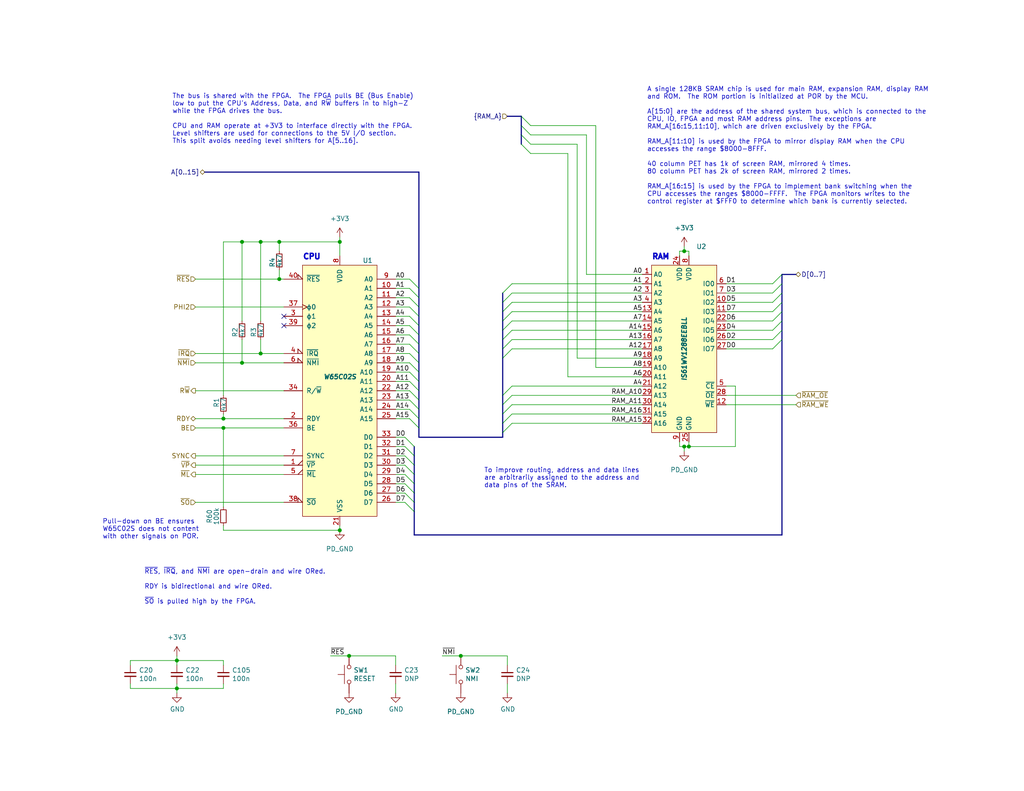
<source format=kicad_sch>
(kicad_sch (version 20211123) (generator eeschema)
  (paper "A")
  (title_block (title "EconoPET 40/8096") (date "2023-11-21") (rev "B"))
  (lib_symbols
    (symbol "Device:C_Small" (pin_numbers hide) (pin_names (offset 0.254) hide)
      (property "Reference" "C" (at 0.254 1.778 0))
      (property "Value" "C_Small" (at 0.254 -2.032 0))
      (symbol "C_Small_0_1"
        (polyline (pts (xy -1.524 -0.508) (xy 1.524 -0.508)) (stroke (width 0.3302)))
        (polyline (pts (xy -1.524 0.508) (xy 1.524 0.508)) (stroke (width 0.3048)))
      )
      (symbol "C_Small_1_1"
        (pin passive line (at 0 2.54 270) (length 2.032) (name "~") (number "1"))
        (pin passive line (at 0 -2.54 90) (length 2.032) (name "~") (number "2"))
      )
    )
    (symbol "Device:R_Small" (pin_numbers hide) (pin_names (offset 0.254) hide)
      (property "Reference" "R" (at 0.762 0.508 0))
      (property "Value" "R_Small" (at 0.762 -1.016 0))
      (symbol "R_Small_0_1"
        (rectangle (start -0.762 1.778) (end 0.762 -1.778) (stroke (width 0.2032)))
      )
      (symbol "R_Small_1_1"
        (pin passive line (at 0 2.54 270) (length 0.762) (name "~") (number "1"))
        (pin passive line (at 0 -2.54 90) (length 0.762) (name "~") (number "2"))
      )
    )
    (symbol "JLCPCB:IS61WV1288EEBLL"
      (property "Reference" "U" (at -8.255 12.7 0))
      (property "Value" "IS61WV1288EEBLL" (at 0 -11.43 90))
      (symbol "IS61WV1288EEBLL_0_0"
        (rectangle (start -8.89 11.43) (end 8.89 -34.29) (fill (type background)))
        (pin input line (at -11.43 8.89 0) (length 2.54) (name "A0") (number "1"))
        (pin bidirectional line (at 11.43 1.27 180) (length 2.54) (name "IO2") (number "10"))
        (pin bidirectional line (at 11.43 -1.27 180) (length 2.54) (name "IO3") (number "11"))
        (pin input line (at 11.43 -26.67 180) (length 2.54) (name "~{WE}") (number "12"))
        (pin input line (at -11.43 -1.27 0) (length 2.54) (name "A4") (number "13"))
        (pin input line (at -11.43 -3.81 0) (length 2.54) (name "A5") (number "14"))
        (pin input line (at -11.43 -6.35 0) (length 2.54) (name "A6") (number "15"))
        (pin input line (at -11.43 -8.89 0) (length 2.54) (name "A7") (number "16"))
        (pin input line (at -11.43 -11.43 0) (length 2.54) (name "A8") (number "17"))
        (pin input line (at -11.43 -13.97 0) (length 2.54) (name "A9") (number "18"))
        (pin input line (at -11.43 -16.51 0) (length 2.54) (name "A10") (number "19"))
        (pin input line (at -11.43 6.35 0) (length 2.54) (name "A1") (number "2"))
        (pin input line (at -11.43 -19.05 0) (length 2.54) (name "A11") (number "20"))
        (pin input line (at -11.43 -21.59 0) (length 2.54) (name "A12") (number "21"))
        (pin bidirectional line (at 11.43 -3.81 180) (length 2.54) (name "IO4") (number "22"))
        (pin bidirectional line (at 11.43 -6.35 180) (length 2.54) (name "IO5") (number "23"))
        (pin power_in line (at -1.27 13.97 270) (length 2.54) (name "VDD") (number "24"))
        (pin power_in line (at 1.27 -36.83 90) (length 2.54) (name "GND") (number "25"))
        (pin bidirectional line (at 11.43 -8.89 180) (length 2.54) (name "IO6") (number "26"))
        (pin bidirectional line (at 11.43 -11.43 180) (length 2.54) (name "IO7") (number "27"))
        (pin input line (at 11.43 -24.13 180) (length 2.54) (name "~{OE}") (number "28"))
        (pin input line (at -11.43 -24.13 0) (length 2.54) (name "A13") (number "29"))
        (pin input line (at -11.43 3.81 0) (length 2.54) (name "A2") (number "3"))
        (pin input line (at -11.43 -26.67 0) (length 2.54) (name "A14") (number "30"))
        (pin input line (at -11.43 -29.21 0) (length 2.54) (name "A15") (number "31"))
        (pin input line (at -11.43 -31.75 0) (length 2.54) (name "A16") (number "32"))
        (pin input line (at -11.43 1.27 0) (length 2.54) (name "A3") (number "4"))
        (pin input line (at 11.43 -21.59 180) (length 2.54) (name "~{CE}") (number "5"))
        (pin bidirectional line (at 11.43 6.35 180) (length 2.54) (name "IO0") (number "6"))
        (pin bidirectional line (at 11.43 3.81 180) (length 2.54) (name "IO1") (number "7"))
        (pin power_in line (at 1.27 13.97 270) (length 2.54) (name "VDD") (number "8"))
        (pin power_in line (at -1.27 -36.83 90) (length 2.54) (name "GND") (number "9"))
      )
    )
    (symbol "Mainboard-rescue:W65C02SxP-PET" (pin_names (offset 1.016))
      (property "Reference" "U" (at -10.16 35.56 0))
      (property "Value" "W65C02SxP-PET" (at 0 0 90))
      (symbol "W65C02SxP-PET_0_1"
        (rectangle (start -10.16 34.29) (end 10.16 -34.29) (fill (type background)))
      )
      (symbol "W65C02SxP-PET_1_1"
        (pin output output_low (at -15.24 -20.32 0) (length 5.08) (name "~{VP}") (number "1"))
        (pin tri_state line (at 15.24 27.94 180) (length 5.08) (name "A1") (number "10"))
        (pin tri_state line (at 15.24 25.4 180) (length 5.08) (name "A2") (number "11"))
        (pin tri_state line (at 15.24 22.86 180) (length 5.08) (name "A3") (number "12"))
        (pin tri_state line (at 15.24 20.32 180) (length 5.08) (name "A4") (number "13"))
        (pin tri_state line (at 15.24 17.78 180) (length 5.08) (name "A5") (number "14"))
        (pin tri_state line (at 15.24 15.24 180) (length 5.08) (name "A6") (number "15"))
        (pin tri_state line (at 15.24 12.7 180) (length 5.08) (name "A7") (number "16"))
        (pin tri_state line (at 15.24 10.16 180) (length 5.08) (name "A8") (number "17"))
        (pin tri_state line (at 15.24 7.62 180) (length 5.08) (name "A9") (number "18"))
        (pin tri_state line (at 15.24 5.08 180) (length 5.08) (name "A10") (number "19"))
        (pin open_collector line (at -15.24 -7.62 0) (length 5.08) (name "RDY") (number "2"))
        (pin tri_state line (at 15.24 2.54 180) (length 5.08) (name "A11") (number "20"))
        (pin power_in line (at 0 -36.83 90) (length 2.54) (name "VSS") (number "21"))
        (pin tri_state line (at 15.24 0 180) (length 5.08) (name "A12") (number "22"))
        (pin tri_state line (at 15.24 -2.54 180) (length 5.08) (name "A13") (number "23"))
        (pin tri_state line (at 15.24 -5.08 180) (length 5.08) (name "A14") (number "24"))
        (pin tri_state line (at 15.24 -7.62 180) (length 5.08) (name "A15") (number "25"))
        (pin bidirectional line (at 15.24 -30.48 180) (length 5.08) (name "D7") (number "26"))
        (pin bidirectional line (at 15.24 -27.94 180) (length 5.08) (name "D6") (number "27"))
        (pin bidirectional line (at 15.24 -25.4 180) (length 5.08) (name "D5") (number "28"))
        (pin bidirectional line (at 15.24 -22.86 180) (length 5.08) (name "D4") (number "29"))
        (pin output line (at -15.24 20.32 0) (length 5.08) (name "ϕ1") (number "3"))
        (pin bidirectional line (at 15.24 -20.32 180) (length 5.08) (name "D3") (number "30"))
        (pin bidirectional line (at 15.24 -17.78 180) (length 5.08) (name "D2") (number "31"))
        (pin bidirectional line (at 15.24 -15.24 180) (length 5.08) (name "D1") (number "32"))
        (pin bidirectional line (at 15.24 -12.7 180) (length 5.08) (name "D0") (number "33"))
        (pin tri_state line (at -15.24 0 0) (length 5.08) (name "R/~{W}") (number "34"))
        (pin no_connect non_logic (at -10.16 -27.94 0) (length 2.54) hide (name "nc") (number "35"))
        (pin input line (at -15.24 -10.16 0) (length 5.08) (name "BE") (number "36"))
        (pin input clock (at -15.24 22.86 0) (length 5.08) (name "ϕ0") (number "37"))
        (pin input input_low (at -15.24 -30.48 0) (length 5.08) (name "~{SO}") (number "38"))
        (pin output line (at -15.24 17.78 0) (length 5.08) (name "ϕ2") (number "39"))
        (pin input input_low (at -15.24 10.16 0) (length 5.08) (name "~{IRQ}") (number "4"))
        (pin input input_low (at -15.24 30.48 0) (length 5.08) (name "~{RES}") (number "40"))
        (pin output output_low (at -15.24 -22.86 0) (length 5.08) (name "~{ML}") (number "5"))
        (pin input input_low (at -15.24 7.62 0) (length 5.08) (name "~{NMI}") (number "6"))
        (pin output line (at -15.24 -17.78 0) (length 5.08) (name "SYNC") (number "7"))
        (pin power_in line (at 0 36.83 270) (length 2.54) (name "VDD") (number "8"))
        (pin tri_state line (at 15.24 30.48 180) (length 5.08) (name "A0") (number "9"))
      )
    )
    (symbol "PET:PD_GND" (power) (pin_names (offset 0))
      (property "Value" "PD_GND" (at 0 -3.81 0))
      (symbol "PD_GND_0_1"
        (polyline (pts (xy 0 0) (xy 0 -1.27) (xy 1.27 -1.27) (xy 0 -2.54) (xy -1.27 -1.27) (xy 0 -1.27)))
      )
      (symbol "PD_GND_1_1"
        (pin power_in line (at 0 0 270) (length 0) hide (name "PD_GND") (number "1"))
      )
    )
    (symbol "Switch:SW_Push" (pin_numbers hide) (pin_names (offset 1.016) hide)
      (property "Reference" "SW" (at 1.27 2.54 0))
      (property "Value" "SW_Push" (at 0 -1.524 0))
      (symbol "SW_Push_0_1"
        (circle (center -2.032 0) (radius 0.508))
        (polyline (pts (xy 0 1.27) (xy 0 3.048)))
        (polyline (pts (xy 2.54 1.27) (xy -2.54 1.27)))
        (circle (center 2.032 0) (radius 0.508))
        (pin passive line (at -5.08 0 0) (length 2.54) (name "1") (number "1"))
        (pin passive line (at 5.08 0 180) (length 2.54) (name "2") (number "2"))
      )
    )
    (symbol "power:+3V3" (power) (pin_names (offset 0))
      (property "Value" "+3V3" (at 0 3.556 0))
      (symbol "+3V3_0_1"
        (polyline (pts (xy -0.762 1.27) (xy 0 2.54)))
        (polyline (pts (xy 0 0) (xy 0 2.54)))
        (polyline (pts (xy 0 2.54) (xy 0.762 1.27)))
      )
      (symbol "+3V3_1_1"
        (pin power_in line (at 0 0 90) (length 0) hide (name "+3V3") (number "1"))
      )
    )
    (symbol "power:GND" (power) (pin_names (offset 0))
      (property "Value" "GND" (at 0 -3.81 0))
      (symbol "GND_0_1"
        (polyline (pts (xy 0 0) (xy 0 -1.27) (xy 1.27 -1.27) (xy 0 -2.54) (xy -1.27 -1.27) (xy 0 -1.27)))
      )
      (symbol "GND_1_1"
        (pin power_in line (at 0 0 270) (length 0) hide (name "GND") (number "1"))
      )
    )
  )
  (bus_alias "RAM_A" (members "RAM_A10" "RAM_A11" "RAM_A15" "RAM_A16"))
  (junction (at 48.26 180.34))
  (junction (at 60.96 116.84))
  (junction (at 76.2 66.04))
  (junction (at 92.71 66.04))
  (junction (at 76.2 76.2))
  (junction (at 71.12 96.52))
  (junction (at 48.26 187.96))
  (junction (at 95.25 179.07))
  (junction (at 71.12 66.04))
  (junction (at 60.96 114.3))
  (junction (at 186.69 68.58))
  (junction (at 92.71 144.78))
  (junction (at 187.96 121.92))
  (junction (at 186.69 121.92))
  (junction (at 125.73 179.07))
  (junction (at 66.04 99.06))
  (junction (at 66.04 66.04))
  (no_connect (at 77.47 86.36))
  (no_connect (at 77.47 88.9))
  (bus_entry (at 144.78 39.37) (size -2.54 -2.54))
  (bus_entry (at 110.49 119.38) (size 2.54 2.54))
  (bus_entry (at 210.82 90.17) (size 2.54 -2.54))
  (bus_entry (at 110.49 124.46) (size 2.54 2.54))
  (bus_entry (at 139.7 92.71) (size -2.54 2.54))
  (bus_entry (at 111.76 83.82) (size 2.54 2.54))
  (bus_entry (at 139.7 115.57) (size -2.54 2.54))
  (bus_entry (at 110.49 132.08) (size 2.54 2.54))
  (bus_entry (at 139.7 90.17) (size -2.54 2.54))
  (bus_entry (at 111.76 101.6) (size 2.54 2.54))
  (bus_entry (at 111.76 93.98) (size 2.54 2.54))
  (bus_entry (at 111.76 88.9) (size 2.54 2.54))
  (bus_entry (at 110.49 137.16) (size 2.54 2.54))
  (bus_entry (at 110.49 127) (size 2.54 2.54))
  (bus_entry (at 210.82 92.71) (size 2.54 -2.54))
  (bus_entry (at 139.7 110.49) (size -2.54 2.54))
  (bus_entry (at 111.76 76.2) (size 2.54 2.54))
  (bus_entry (at 144.78 36.83) (size -2.54 -2.54))
  (bus_entry (at 144.78 34.29) (size -2.54 -2.54))
  (bus_entry (at 111.76 78.74) (size 2.54 2.54))
  (bus_entry (at 139.7 87.63) (size -2.54 2.54))
  (bus_entry (at 139.7 80.01) (size -2.54 2.54))
  (bus_entry (at 144.78 41.91) (size -2.54 -2.54))
  (bus_entry (at 210.82 95.25) (size 2.54 -2.54))
  (bus_entry (at 210.82 87.63) (size 2.54 -2.54))
  (bus_entry (at 139.7 82.55) (size -2.54 2.54))
  (bus_entry (at 139.7 105.41) (size -2.54 2.54))
  (bus_entry (at 210.82 80.01) (size 2.54 -2.54))
  (bus_entry (at 110.49 121.92) (size 2.54 2.54))
  (bus_entry (at 111.76 99.06) (size 2.54 2.54))
  (bus_entry (at 111.76 91.44) (size 2.54 2.54))
  (bus_entry (at 111.76 96.52) (size 2.54 2.54))
  (bus_entry (at 111.76 104.14) (size 2.54 2.54))
  (bus_entry (at 110.49 129.54) (size 2.54 2.54))
  (bus_entry (at 210.82 77.47) (size 2.54 -2.54))
  (bus_entry (at 139.7 107.95) (size -2.54 2.54))
  (bus_entry (at 111.76 114.3) (size 2.54 2.54))
  (bus_entry (at 210.82 85.09) (size 2.54 -2.54))
  (bus_entry (at 139.7 95.25) (size -2.54 2.54))
  (bus_entry (at 111.76 106.68) (size 2.54 2.54))
  (bus_entry (at 111.76 111.76) (size 2.54 2.54))
  (bus_entry (at 110.49 134.62) (size 2.54 2.54))
  (bus_entry (at 139.7 85.09) (size -2.54 2.54))
  (bus_entry (at 139.7 113.03) (size -2.54 2.54))
  (bus_entry (at 210.82 82.55) (size 2.54 -2.54))
  (bus_entry (at 111.76 86.36) (size 2.54 2.54))
  (bus_entry (at 111.76 109.22) (size 2.54 2.54))
  (bus_entry (at 139.7 77.47) (size -2.54 2.54))
  (bus_entry (at 111.76 81.28) (size 2.54 2.54))
  (bus (pts (xy 142.24 34.29) (xy 142.24 36.83)))
  (bus (pts (xy 213.36 80.01) (xy 213.36 82.55)))
  (bus (pts (xy 114.3 46.99) (xy 55.88 46.99)))
  (bus (pts (xy 213.36 74.93) (xy 217.17 74.93)))
  (wire (pts (xy 35.56 180.34) (xy 35.56 181.61)))
  (wire (pts (xy 66.04 92.71) (xy 66.04 99.06)))
  (wire (pts (xy 186.69 121.92) (xy 187.96 121.92)))
  (bus (pts (xy 137.16 80.01) (xy 137.16 82.55)))
  (wire (pts (xy 139.7 80.01) (xy 175.26 80.01)))
  (wire (pts (xy 107.95 88.9) (xy 111.76 88.9)))
  (wire (pts (xy 198.12 95.25) (xy 210.82 95.25)))
  (wire (pts (xy 60.96 143.51) (xy 60.96 144.78)))
  (wire (pts (xy 66.04 66.04) (xy 66.04 87.63)))
  (wire (pts (xy 107.95 86.36) (xy 111.76 86.36)))
  (wire (pts (xy 48.26 179.07) (xy 48.26 180.34)))
  (wire (pts (xy 92.71 144.78) (xy 92.71 143.51)))
  (bus (pts (xy 114.3 93.98) (xy 114.3 96.52)))
  (bus (pts (xy 114.3 83.82) (xy 114.3 86.36)))
  (wire (pts (xy 107.95 129.54) (xy 110.49 129.54)))
  (wire (pts (xy 107.95 127) (xy 110.49 127)))
  (bus (pts (xy 114.3 109.22) (xy 114.3 111.76)))
  (bus (pts (xy 114.3 91.44) (xy 114.3 93.98)))
  (wire (pts (xy 198.12 87.63) (xy 210.82 87.63)))
  (bus (pts (xy 137.16 90.17) (xy 137.16 92.71)))
  (wire (pts (xy 107.95 93.98) (xy 111.76 93.98)))
  (bus (pts (xy 114.3 81.28) (xy 114.3 83.82)))
  (wire (pts (xy 139.7 105.41) (xy 175.26 105.41)))
  (bus (pts (xy 213.36 90.17) (xy 213.36 92.71)))
  (wire (pts (xy 107.95 104.14) (xy 111.76 104.14)))
  (bus (pts (xy 114.3 111.76) (xy 114.3 114.3)))
  (bus (pts (xy 213.36 85.09) (xy 213.36 87.63)))
  (wire (pts (xy 60.96 180.34) (xy 60.96 181.61)))
  (wire (pts (xy 77.47 116.84) (xy 60.96 116.84)))
  (wire (pts (xy 217.17 107.95) (xy 198.12 107.95)))
  (bus (pts (xy 114.3 101.6) (xy 114.3 104.14)))
  (wire (pts (xy 107.95 111.76) (xy 111.76 111.76)))
  (bus (pts (xy 137.16 92.71) (xy 137.16 95.25)))
  (wire (pts (xy 107.95 81.28) (xy 111.76 81.28)))
  (wire (pts (xy 60.96 116.84) (xy 60.96 138.43)))
  (wire (pts (xy 66.04 66.04) (xy 71.12 66.04)))
  (wire (pts (xy 139.7 90.17) (xy 175.26 90.17)))
  (bus (pts (xy 213.36 77.47) (xy 213.36 80.01)))
  (bus (pts (xy 114.3 116.84) (xy 114.3 119.38)))
  (wire (pts (xy 187.96 120.65) (xy 187.96 121.92)))
  (wire (pts (xy 217.17 110.49) (xy 198.12 110.49)))
  (wire (pts (xy 71.12 96.52) (xy 71.12 92.71)))
  (wire (pts (xy 53.34 129.54) (xy 77.47 129.54)))
  (wire (pts (xy 139.7 115.57) (xy 175.26 115.57)))
  (wire (pts (xy 48.26 186.69) (xy 48.26 187.96)))
  (bus (pts (xy 114.3 104.14) (xy 114.3 106.68)))
  (wire (pts (xy 77.47 106.68) (xy 53.34 106.68)))
  (bus (pts (xy 137.16 113.03) (xy 137.16 115.57)))
  (bus (pts (xy 142.24 36.83) (xy 142.24 39.37)))
  (wire (pts (xy 175.26 97.79) (xy 157.48 97.79)))
  (wire (pts (xy 139.7 77.47) (xy 175.26 77.47)))
  (wire (pts (xy 139.7 85.09) (xy 175.26 85.09)))
  (wire (pts (xy 107.95 121.92) (xy 110.49 121.92)))
  (wire (pts (xy 186.69 67.31) (xy 186.69 68.58)))
  (wire (pts (xy 162.56 34.29) (xy 162.56 100.33)))
  (wire (pts (xy 185.42 69.85) (xy 185.42 68.58)))
  (wire (pts (xy 125.73 179.07) (xy 138.43 179.07)))
  (wire (pts (xy 107.95 96.52) (xy 111.76 96.52)))
  (bus (pts (xy 114.3 88.9) (xy 114.3 91.44)))
  (bus (pts (xy 114.3 96.52) (xy 114.3 99.06)))
  (wire (pts (xy 35.56 187.96) (xy 48.26 187.96)))
  (wire (pts (xy 60.96 107.95) (xy 60.96 66.04)))
  (wire (pts (xy 53.34 114.3) (xy 60.96 114.3)))
  (wire (pts (xy 144.78 36.83) (xy 160.02 36.83)))
  (bus (pts (xy 137.16 82.55) (xy 137.16 85.09)))
  (bus (pts (xy 113.03 129.54) (xy 113.03 132.08)))
  (wire (pts (xy 187.96 68.58) (xy 187.96 69.85)))
  (wire (pts (xy 60.96 187.96) (xy 48.26 187.96)))
  (wire (pts (xy 107.95 132.08) (xy 110.49 132.08)))
  (wire (pts (xy 185.42 121.92) (xy 186.69 121.92)))
  (wire (pts (xy 53.34 127) (xy 77.47 127)))
  (bus (pts (xy 114.3 114.3) (xy 114.3 116.84)))
  (wire (pts (xy 185.42 120.65) (xy 185.42 121.92)))
  (wire (pts (xy 187.96 121.92) (xy 200.66 121.92)))
  (bus (pts (xy 114.3 78.74) (xy 114.3 46.99)))
  (bus (pts (xy 113.03 146.05) (xy 113.03 139.7)))
  (wire (pts (xy 139.7 107.95) (xy 175.26 107.95)))
  (bus (pts (xy 113.03 124.46) (xy 113.03 127)))
  (bus (pts (xy 114.3 106.68) (xy 114.3 109.22)))
  (wire (pts (xy 160.02 74.93) (xy 175.26 74.93)))
  (wire (pts (xy 48.26 180.34) (xy 60.96 180.34)))
  (wire (pts (xy 76.2 66.04) (xy 92.71 66.04)))
  (bus (pts (xy 114.3 78.74) (xy 114.3 81.28)))
  (wire (pts (xy 53.34 99.06) (xy 66.04 99.06)))
  (wire (pts (xy 160.02 36.83) (xy 160.02 74.93)))
  (wire (pts (xy 95.25 179.07) (xy 107.95 179.07)))
  (wire (pts (xy 139.7 87.63) (xy 175.26 87.63)))
  (bus (pts (xy 113.03 132.08) (xy 113.03 134.62)))
  (wire (pts (xy 48.26 189.23) (xy 48.26 187.96)))
  (wire (pts (xy 139.7 113.03) (xy 175.26 113.03)))
  (bus (pts (xy 137.16 110.49) (xy 137.16 113.03)))
  (wire (pts (xy 107.95 76.2) (xy 111.76 76.2)))
  (bus (pts (xy 137.16 87.63) (xy 137.16 90.17)))
  (wire (pts (xy 144.78 34.29) (xy 162.56 34.29)))
  (bus (pts (xy 142.24 31.75) (xy 142.24 34.29)))
  (wire (pts (xy 198.12 92.71) (xy 210.82 92.71)))
  (wire (pts (xy 144.78 41.91) (xy 154.94 41.91)))
  (bus (pts (xy 113.03 127) (xy 113.03 129.54)))
  (wire (pts (xy 198.12 77.47) (xy 210.82 77.47)))
  (wire (pts (xy 53.34 76.2) (xy 76.2 76.2)))
  (bus (pts (xy 113.03 121.92) (xy 113.03 124.46)))
  (wire (pts (xy 107.95 189.23) (xy 107.95 186.69)))
  (wire (pts (xy 186.69 68.58) (xy 187.96 68.58)))
  (wire (pts (xy 200.66 121.92) (xy 200.66 105.41)))
  (wire (pts (xy 139.7 92.71) (xy 175.26 92.71)))
  (wire (pts (xy 198.12 82.55) (xy 210.82 82.55)))
  (bus (pts (xy 138.43 31.75) (xy 142.24 31.75)))
  (wire (pts (xy 198.12 85.09) (xy 210.82 85.09)))
  (wire (pts (xy 35.56 180.34) (xy 48.26 180.34)))
  (bus (pts (xy 137.16 115.57) (xy 137.16 118.11)))
  (bus (pts (xy 114.3 86.36) (xy 114.3 88.9)))
  (wire (pts (xy 77.47 83.82) (xy 53.34 83.82)))
  (wire (pts (xy 60.96 116.84) (xy 53.34 116.84)))
  (wire (pts (xy 157.48 97.79) (xy 157.48 39.37)))
  (wire (pts (xy 60.96 113.03) (xy 60.96 114.3)))
  (wire (pts (xy 138.43 189.23) (xy 138.43 186.69)))
  (bus (pts (xy 114.3 99.06) (xy 114.3 101.6)))
  (wire (pts (xy 60.96 186.69) (xy 60.96 187.96)))
  (wire (pts (xy 53.34 96.52) (xy 71.12 96.52)))
  (wire (pts (xy 107.95 99.06) (xy 111.76 99.06)))
  (wire (pts (xy 71.12 66.04) (xy 76.2 66.04)))
  (wire (pts (xy 186.69 121.92) (xy 186.69 123.19)))
  (wire (pts (xy 92.71 66.04) (xy 92.71 69.85)))
  (bus (pts (xy 137.16 85.09) (xy 137.16 87.63)))
  (wire (pts (xy 92.71 64.77) (xy 92.71 66.04)))
  (bus (pts (xy 213.36 87.63) (xy 213.36 90.17)))
  (wire (pts (xy 138.43 181.61) (xy 138.43 179.07)))
  (wire (pts (xy 48.26 180.34) (xy 48.26 181.61)))
  (wire (pts (xy 154.94 41.91) (xy 154.94 102.87)))
  (wire (pts (xy 35.56 186.69) (xy 35.56 187.96)))
  (bus (pts (xy 137.16 119.38) (xy 137.16 118.11)))
  (wire (pts (xy 107.95 124.46) (xy 110.49 124.46)))
  (wire (pts (xy 107.95 101.6) (xy 111.76 101.6)))
  (wire (pts (xy 198.12 80.01) (xy 210.82 80.01)))
  (wire (pts (xy 107.95 114.3) (xy 111.76 114.3)))
  (wire (pts (xy 144.78 39.37) (xy 157.48 39.37)))
  (bus (pts (xy 213.36 82.55) (xy 213.36 85.09)))
  (wire (pts (xy 53.34 137.16) (xy 77.47 137.16)))
  (wire (pts (xy 107.95 91.44) (xy 111.76 91.44)))
  (wire (pts (xy 107.95 78.74) (xy 111.76 78.74)))
  (bus (pts (xy 113.03 134.62) (xy 113.03 137.16)))
  (wire (pts (xy 107.95 134.62) (xy 110.49 134.62)))
  (wire (pts (xy 139.7 82.55) (xy 175.26 82.55)))
  (wire (pts (xy 66.04 99.06) (xy 77.47 99.06)))
  (wire (pts (xy 107.95 83.82) (xy 111.76 83.82)))
  (wire (pts (xy 154.94 102.87) (xy 175.26 102.87)))
  (wire (pts (xy 139.7 95.25) (xy 175.26 95.25)))
  (bus (pts (xy 114.3 119.38) (xy 137.16 119.38)))
  (wire (pts (xy 107.95 137.16) (xy 110.49 137.16)))
  (wire (pts (xy 60.96 114.3) (xy 77.47 114.3)))
  (wire (pts (xy 60.96 144.78) (xy 92.71 144.78)))
  (wire (pts (xy 198.12 90.17) (xy 210.82 90.17)))
  (wire (pts (xy 185.42 68.58) (xy 186.69 68.58)))
  (wire (pts (xy 107.95 119.38) (xy 110.49 119.38)))
  (wire (pts (xy 139.7 110.49) (xy 175.26 110.49)))
  (wire (pts (xy 71.12 66.04) (xy 71.12 87.63)))
  (bus (pts (xy 113.03 137.16) (xy 113.03 139.7)))
  (bus (pts (xy 213.36 146.05) (xy 113.03 146.05)))
  (wire (pts (xy 107.95 109.22) (xy 111.76 109.22)))
  (wire (pts (xy 60.96 66.04) (xy 66.04 66.04)))
  (bus (pts (xy 213.36 92.71) (xy 213.36 146.05)))
  (wire (pts (xy 90.17 179.07) (xy 95.25 179.07)))
  (wire (pts (xy 200.66 105.41) (xy 198.12 105.41)))
  (bus (pts (xy 137.16 107.95) (xy 137.16 110.49)))
  (bus (pts (xy 137.16 97.79) (xy 137.16 107.95)))
  (wire (pts (xy 107.95 106.68) (xy 111.76 106.68)))
  (wire (pts (xy 120.65 179.07) (xy 125.73 179.07)))
  (wire (pts (xy 76.2 76.2) (xy 77.47 76.2)))
  (wire (pts (xy 76.2 66.04) (xy 76.2 68.58)))
  (wire (pts (xy 76.2 73.66) (xy 76.2 76.2)))
  (bus (pts (xy 213.36 74.93) (xy 213.36 77.47)))
  (wire (pts (xy 162.56 100.33) (xy 175.26 100.33)))
  (wire (pts (xy 107.95 179.07) (xy 107.95 181.61)))
  (wire (pts (xy 71.12 96.52) (xy 77.47 96.52)))
  (bus (pts (xy 137.16 95.25) (xy 137.16 97.79)))
  (wire (pts (xy 53.34 124.46) (xy 77.47 124.46)))
  (text "RAM" (at 177.8 71.12 0) (effects (font (size 1.5 1.5) (thickness 0.8) bold) (justify left bottom)))
  (text "A single 128KB SRAM chip is used for main RAM, expansion RAM, display RAM\nand ROM.  The ROM portion is initialized at POR by the MCU.\n\nA[15:0] are the address of the shared system bus, which is connected to the\nCPU, IO, FPGA and most RAM address pins.  The exceptions are\nRAM_A[16:15,11:10], which are driven exclusively by the FPGA.\n\nRAM_A[11:10] is used by the FPGA to mirror display RAM when the CPU\naccesses the range $8000-8FFF.\n\n40 column PET has 1k of screen RAM, mirrored 4 times.\n80 column PET has 2k of screen RAM, mirrored 2 times.\n\nRAM_A[16:15] is used by the FPGA to implement bank switching when the\nCPU accesses the ranges $8000-FFFF.  The FPGA monitors writes to the\ncontrol register at $FFF0 to determine which bank is currently selected." (at 176.53 55.88 0) (effects (font (size 1.27 1.27)) (justify left bottom)))
  (text "To improve routing, address and data lines\nare arbitrarily assigned to the address and\ndata pins of the SRAM." (at 132.08 133.35 0) (effects (font (size 1.27 1.27)) (justify left bottom)))
  (text "~{RES}, ~{IRQ}, and ~{NMI} are open-drain and wire ORed.\n\nRDY is bidirectional and wire ORed.\n\n~{SO} is pulled high by the FPGA." (at 39.37 165.1 0) (effects (font (size 1.27 1.27)) (justify left bottom)))
  (text "Pull-down on BE ensures\nW65C02S does not content\nwith other signals on POR." (at 27.94 147.32 0) (effects (font (size 1.27 1.27)) (justify left bottom)))
  (text "CPU" (at 82.55 71.12 0) (effects (font (size 1.5 1.5) (thickness 0.8) bold) (justify left bottom)))
  (text "The bus is shared with the FPGA.  The FPGA pulls BE (Bus Enable)\nlow to put the CPU's Address, Data, and R~{W} buffers in to high-Z\nwhile the FPGA drives the bus.\n\nCPU and RAM operate at +3V3 to interface directly with the FPGA.\nLevel shifters are used for connections to the 5V I/O section.\nThis split avoids needing level shifters for A[5..16]." (at 46.99 39.37 0) (effects (font (size 1.27 1.27)) (justify left bottom)))
  (label "D5" (at 107.95 132.08 0))
  (label "A3" (at 107.95 83.82 0))
  (label "A0" (at 107.95 76.2 0))
  (label "D0" (at 198.12 95.25 0))
  (label "RAM_A15" (at 175.26 115.57 180))
  (label "A13" (at 107.95 109.22 0))
  (label "D2" (at 107.95 124.46 0))
  (label "D5" (at 198.12 82.55 0))
  (label "RAM_A10" (at 175.26 107.95 180))
  (label "A1" (at 175.26 77.47 180))
  (label "A14" (at 175.26 90.17 180))
  (label "D0" (at 107.95 119.38 0))
  (label "D1" (at 198.12 77.47 0))
  (label "D6" (at 198.12 87.63 0))
  (label "A2" (at 175.26 80.01 180))
  (label "A12" (at 107.95 106.68 0))
  (label "A10" (at 107.95 101.6 0))
  (label "A8" (at 175.26 100.33 180))
  (label "A5" (at 107.95 88.9 0))
  (label "A14" (at 107.95 111.76 0))
  (label "A8" (at 107.95 96.52 0))
  (label "A9" (at 107.95 99.06 0))
  (label "A11" (at 107.95 104.14 0))
  (label "A0" (at 175.26 74.93 180))
  (label "RAM_A11" (at 175.26 110.49 180))
  (label "A7" (at 175.26 87.63 180))
  (label "D1" (at 107.95 121.92 0))
  (label "A4" (at 107.95 86.36 0))
  (label "A15" (at 107.95 114.3 0))
  (label "D2" (at 198.12 92.71 0))
  (label "A3" (at 175.26 82.55 180))
  (label "A13" (at 175.26 92.71 180))
  (label "RAM_A16" (at 175.26 113.03 180))
  (label "~{RES}" (at 90.17 179.07 0))
  (label "A9" (at 175.26 97.79 180))
  (label "D7" (at 107.95 137.16 0))
  (label "D3" (at 198.12 80.01 0))
  (label "D4" (at 198.12 90.17 0))
  (label "A6" (at 175.26 102.87 180))
  (label "A6" (at 107.95 91.44 0))
  (label "D6" (at 107.95 134.62 0))
  (label "D4" (at 107.95 129.54 0))
  (label "~{NMI}" (at 120.65 179.07 0))
  (label "A2" (at 107.95 81.28 0))
  (label "A12" (at 175.26 95.25 180))
  (label "D7" (at 198.12 85.09 0))
  (label "A4" (at 175.26 105.41 180))
  (label "D3" (at 107.95 127 0))
  (label "A1" (at 107.95 78.74 0))
  (label "A5" (at 175.26 85.09 180))
  (label "A7" (at 107.95 93.98 0))
  (hierarchical_label "~{VP}" (shape output) (at 53.34 127 180))
  (hierarchical_label "RDY" (shape bidirectional) (at 53.34 114.3 180))
  (hierarchical_label "A[0..15]" (shape bidirectional) (at 55.88 46.99 180))
  (hierarchical_label "~{IRQ}" (shape input) (at 53.34 96.52 180))
  (hierarchical_label "D[0..7]" (shape bidirectional) (at 217.17 74.93 0))
  (hierarchical_label "R~{W}" (shape output) (at 53.34 106.68 180))
  (hierarchical_label "~{RAM_OE}" (shape input) (at 217.17 107.95 0))
  (hierarchical_label "~{RES}" (shape input) (at 53.34 76.2 180))
  (hierarchical_label "~{SO}" (shape input) (at 53.34 137.16 180))
  (hierarchical_label "BE" (shape input) (at 53.34 116.84 180))
  (hierarchical_label "{RAM_A}" (shape input) (at 138.43 31.75 180))
  (hierarchical_label "~{ML}" (shape output) (at 53.34 129.54 180))
  (hierarchical_label "PHI2" (shape input) (at 53.34 83.82 180))
  (hierarchical_label "~{NMI}" (shape input) (at 53.34 99.06 180))
  (hierarchical_label "SYNC" (shape output) (at 53.34 124.46 180))
  (hierarchical_label "~{RAM_WE}" (shape input) (at 217.17 110.49 0))
  (symbol (lib_id "Mainboard-rescue:W65C02SxP-PET") (at 92.71 106.68 0) (unit 1)
    (property "Reference" "U1" (at 100.33 71.12 0))
    (property "Value" "W65C02S" (at 92.71 102.87 0) (effects (font bold italic)))
    (property "Footprint" "Package_DIP:DIP-40_W15.24mm_Socket" (effects hide))
    (property "Datasheet" "https://www.mouser.com/datasheet/2/436/w65c02s-2572.pdf" (effects hide))
    (property "MOUSER" "955-W65C02S6TPG-14,571-1-2199299-5" (effects hide))
  )
  (symbol (lib_id "Device:R_Small") (at 66.04 90.17 0) (unit 1)
    (property "Reference" "R2" (at 64.135 92.075 90) (effects (justify left)))
    (property "Value" "4k7" (at 66.04 92.075 90) (effects (justify left)))
    (property "Footprint" "Resistor_SMD:R_0402_1005Metric" (effects hide))
    (property "Datasheet" "https://datasheet.lcsc.com/lcsc/2206010045_UNI-ROYAL-Uniroyal-Elec-0402WGF4701TCE_C25900.pdf" (effects hide))
    (property "LCSC" "C25900" (effects hide))
  )
  (symbol (lib_id "Device:R_Small") (at 60.96 110.49 180) (unit 1)
    (property "Reference" "R1" (at 59.055 108.585 90) (effects (justify left)))
    (property "Value" "4k7" (at 60.96 108.585 90) (effects (justify left)))
    (property "Footprint" "Resistor_SMD:R_0402_1005Metric" (effects hide))
    (property "Datasheet" "https://datasheet.lcsc.com/lcsc/2206010045_UNI-ROYAL-Uniroyal-Elec-0402WGF4701TCE_C25900.pdf" (effects hide))
    (property "LCSC" "C25900" (effects hide))
  )
  (symbol (lib_id "Device:R_Small") (at 71.12 90.17 0) (unit 1)
    (property "Reference" "R3" (at 69.215 92.075 90) (effects (justify left)))
    (property "Value" "4k7" (at 71.12 92.075 90) (effects (justify left)))
    (property "Footprint" "Resistor_SMD:R_0402_1005Metric" (effects hide))
    (property "Datasheet" "https://datasheet.lcsc.com/lcsc/2206010045_UNI-ROYAL-Uniroyal-Elec-0402WGF4701TCE_C25900.pdf" (effects hide))
    (property "LCSC" "C25900" (effects hide))
  )
  (symbol (lib_id "Device:C_Small") (at 35.56 184.15 0) (unit 1)
    (property "Reference" "C20" (at 37.8968 182.9816 0) (effects (justify left)))
    (property "Value" "100n" (at 37.8968 185.293 0) (effects (justify left)))
    (property "Footprint" "Capacitor_SMD:C_0402_1005Metric" (effects hide))
    (property "Datasheet" "https://datasheet.lcsc.com/lcsc/2304140030_Samsung-Electro-Mechanics-CL05B104KB54PNC_C307331.pdf" (effects hide))
    (property "LCSC" "C307331" (effects hide))
  )
  (symbol (lib_id "Device:C_Small") (at 48.26 184.15 0) (unit 1)
    (property "Reference" "C22" (at 50.5968 182.9816 0) (effects (justify left)))
    (property "Value" "100n" (at 50.5968 185.293 0) (effects (justify left)))
    (property "Footprint" "Capacitor_SMD:C_0402_1005Metric" (effects hide))
    (property "Datasheet" "https://datasheet.lcsc.com/lcsc/2304140030_Samsung-Electro-Mechanics-CL05B104KB54PNC_C307331.pdf" (effects hide))
    (property "LCSC" "C307331" (effects hide))
  )
  (symbol (lib_id "Device:C_Small") (at 60.96 184.15 0) (unit 1)
    (property "Reference" "C105" (at 63.2968 182.9816 0) (effects (justify left)))
    (property "Value" "100n" (at 63.2968 185.293 0) (effects (justify left)))
    (property "Footprint" "Capacitor_SMD:C_0402_1005Metric" (effects hide))
    (property "Datasheet" "https://datasheet.lcsc.com/lcsc/2304140030_Samsung-Electro-Mechanics-CL05B104KB54PNC_C307331.pdf" (effects hide))
    (property "LCSC" "C307331" (effects hide))
  )
  (symbol (lib_id "power:GND") (at 138.43 189.23 0) (unit 1)
    (property "Reference" "#PWR08" (effects hide))
    (property "Value" "GND" (at 138.557 193.6242 0))
  )
  (symbol (lib_id "Device:R_Small") (at 76.2 71.12 0) (unit 1)
    (property "Reference" "R4" (at 74.295 73.025 90) (effects (justify left)))
    (property "Value" "4k7" (at 76.2 73.025 90) (effects (justify left)))
    (property "Footprint" "Resistor_SMD:R_0402_1005Metric" (effects hide))
    (property "Datasheet" "https://datasheet.lcsc.com/lcsc/2206010045_UNI-ROYAL-Uniroyal-Elec-0402WGF4701TCE_C25900.pdf" (effects hide))
    (property "LCSC" "C25900" (effects hide))
  )
  (symbol (lib_id "PET:PD_GND") (at 125.73 189.23 0) (unit 1)
    (property "Reference" "#PWR07" (effects hide))
    (property "Value" "PD_GND" (at 125.73 194.31 0))
  )
  (symbol (lib_id "JLCPCB:IS61WV1288EEBLL") (at 186.69 83.82 0) (unit 1)
    (property "Reference" "U2" (at 189.9794 67.31 0) (effects (justify left)))
    (property "Value" "IS61WV1288EEBLL" (at 186.69 104.14 90) (effects (font bold italic) (justify left)))
    (property "Footprint" "JLCPCB:SOP-32_L20.7-W11.3-P1.27-LS14.1-BL" (effects hide))
    (property "Datasheet" "https://www.issi.com/WW/pdf/61-64WV1288EEBLL.pdf" (effects hide))
    (property "LCSC" "C443418" (effects hide))
    (property "DIGI-KEY" "706-1500-ND" (effects hide))
  )
  (symbol (lib_id "power:GND") (at 48.26 189.23 0) (unit 1)
    (property "Reference" "#PWR02" (effects hide))
    (property "Value" "GND" (at 48.387 193.6242 0))
  )
  (symbol (lib_id "PET:PD_GND") (at 95.25 189.23 0) (unit 1)
    (property "Reference" "#PWR05" (effects hide))
    (property "Value" "PD_GND" (at 95.25 194.31 0))
  )
  (symbol (lib_id "Device:R_Small") (at 60.96 140.97 0) (unit 1)
    (property "Reference" "R60" (at 57.15 140.97 90))
    (property "Value" "100k" (at 59.055 140.97 90))
    (property "Footprint" "Resistor_SMD:R_0402_1005Metric" (effects hide))
    (property "Datasheet" "https://datasheet.lcsc.com/lcsc/2206010100_UNI-ROYAL-Uniroyal-Elec-0402WGF1003TCE_C25741.pdf" (effects hide))
    (property "LCSC" "C25741" (effects hide))
  )
  (symbol (lib_id "Device:C_Small") (at 107.95 184.15 0) (unit 1) (in_bom no)
    (property "Reference" "C23" (at 110.2868 182.9816 0) (effects (justify left)))
    (property "Value" "DNP" (at 110.2868 185.293 0) (effects (justify left)))
    (property "Footprint" "Capacitor_SMD:C_0603_1608Metric" (effects hide))
    (property "Datasheet" "https://datasheet.lcsc.com/lcsc/2304140030_Samsung-Electro-Mechanics-CL10A106MA8NRNC_C96446.pdf" (effects hide))
    (property "LCSC" "C96446" (effects hide))
  )
  (symbol (lib_id "Switch:SW_Push") (at 95.25 184.15 90) (unit 1)
    (property "Reference" "SW1" (at 96.4692 182.9816 90) (effects (justify right)))
    (property "Value" "RESET" (at 96.4692 185.293 90) (effects (justify right)))
    (property "Footprint" "JLCPCB:SW-TH_L6.0-W3.5-P6.50" (effects hide))
    (property "Alt-LCSC" "C457531" (effects hide))
    (property "Amazon" "https://smile.amazon.com/dp/B008DS188Y" (effects hide))
    (property "MOUSER" "611-PTS636SK43LFS" (effects hide))
  )
  (symbol (lib_id "power:GND") (at 107.95 189.23 0) (unit 1)
    (property "Reference" "#PWR06" (effects hide))
    (property "Value" "GND" (at 108.077 193.6242 0))
  )
  (symbol (lib_id "Switch:SW_Push") (at 125.73 184.15 90) (unit 1)
    (property "Reference" "SW2" (at 126.9492 182.9816 90) (effects (justify right)))
    (property "Value" "NMI" (at 126.9492 185.293 90) (effects (justify right)))
    (property "Footprint" "JLCPCB:SW-TH_L6.0-W3.5-P6.50" (effects hide))
    (property "Alt-LCSC" "C457531" (effects hide))
    (property "Amazon" "https://smile.amazon.com/dp/B008DS188Y" (effects hide))
    (property "MOUSER" "611-PTS636SK43LFS" (effects hide))
  )
  (symbol (lib_id "power:+3V3") (at 186.69 67.31 0) (unit 1)
    (property "Reference" "#PWR09" (effects hide))
    (property "Value" "+3V3" (at 186.69 62.23 0))
  )
  (symbol (lib_id "PET:PD_GND") (at 92.71 144.78 0) (unit 1)
    (property "Reference" "#PWR04" (effects hide))
    (property "Value" "PD_GND" (at 92.71 149.86 0))
  )
  (symbol (lib_id "power:+3V3") (at 92.71 64.77 0) (unit 1)
    (property "Reference" "#PWR03" (effects hide))
    (property "Value" "+3V3" (at 92.71 59.69 0))
  )
  (symbol (lib_id "Device:C_Small") (at 138.43 184.15 0) (unit 1) (in_bom no)
    (property "Reference" "C24" (at 140.7668 182.9816 0) (effects (justify left)))
    (property "Value" "DNP" (at 140.7668 185.293 0) (effects (justify left)))
    (property "Footprint" "Capacitor_SMD:C_0603_1608Metric" (effects hide))
    (property "Datasheet" "https://datasheet.lcsc.com/lcsc/2304140030_Samsung-Electro-Mechanics-CL10A106MA8NRNC_C96446.pdf" (effects hide))
    (property "LCSC" "C96446" (effects hide))
  )
  (symbol (lib_id "PET:PD_GND") (at 186.69 123.19 0) (unit 1)
    (property "Reference" "#PWR010" (effects hide))
    (property "Value" "PD_GND" (at 186.69 128.27 0))
  )
  (symbol (lib_id "power:+3V3") (at 48.26 179.07 0) (unit 1)
    (property "Reference" "#PWR01" (effects hide))
    (property "Value" "+3V3" (at 48.26 173.99 0))
  )
)
</source>
